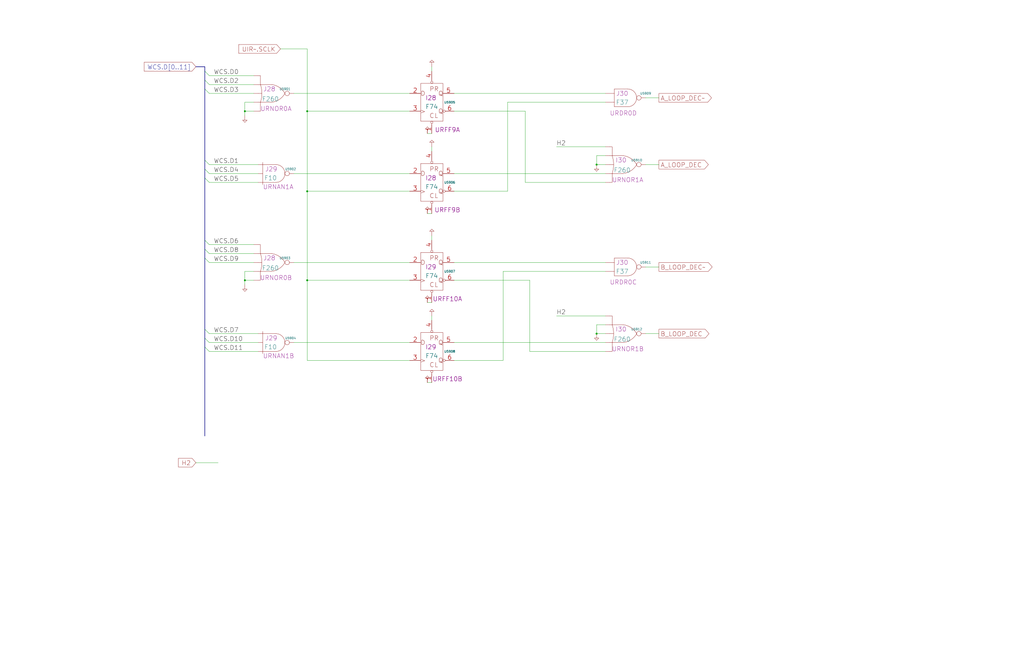
<source format=kicad_sch>
(kicad_sch (version 20211123) (generator eeschema)
  (paper "User" 584.2 378.46)
  (title_block (title "WRITABLE CONTROL STORE\\nLOOP REGISTER PRE-DECODE") (date "15-MAR-90") (rev "1.0") (comment 1 "TYPE") (comment 2 "232-003062") (comment 3 "S400") (comment 4 "RELEASED"))
  (lib_symbols
    (symbol "r1000:F10" (pin_numbers hide) (pin_names hide)
      (property "Reference" "U" (at 13.335 0 0))
      (property "Value" "F10" (at 5.715 -5.08 0))
      (property "Location" "___" (at -1.27 0 0))
      (property "Name" "______" (at -2.54 -10.16 0))
      (symbol "F10_0_1"
        (polyline (pts (xy -2.54 -7.62) (xy 5.08 -7.62)) (stroke (width 0.1524)))
        (polyline (pts (xy -2.54 2.54) (xy 5.08 2.54)) (stroke (width 0.1524)))
        (polyline (pts (xy -2.54 3.81) (xy -2.54 -8.89)) (stroke (width 0.1524)))
        (arc (start 5.08 -7.62) (mid 10.1282 -2.54) (end 5.08 2.54) (stroke (width 0.1524)))
        (circle (center 11.43 -2.54) (radius 1.27) (stroke (width 0.1524)))
      )
      (symbol "F10_0_2"
        (circle (center -3.81 -7.62) (radius 1.27) (stroke (width 0.1524)))
        (circle (center -3.81 2.54) (radius 1.27) (stroke (width 0.1524)))
        (circle (center -3.175 -2.54) (radius 1.27) (stroke (width 0.1524)))
        (arc (start -2.54 -7.62) (mid -1.8195 -2.54) (end -2.54 2.54) (stroke (width 0.1524)))
        (polyline (pts (xy -4.445 -2.54) (xy -5.08 -2.54)) (stroke (width 0.1524)))
        (polyline (pts (xy -2.54 -7.62) (xy 5.08 -7.62)) (stroke (width 0.1524)))
        (polyline (pts (xy -2.54 2.54) (xy 5.08 2.54)) (stroke (width 0.1524)))
        (polyline (pts (xy 10.795 -2.54) (xy 12.7 -2.54)) (stroke (width 0.1524)))
        (arc (start 5.08 -7.62) (mid 8.4845 -5.6954) (end 10.795 -2.54) (stroke (width 0.1524)))
        (arc (start 10.795 -2.54) (mid 8.4807 0.6111) (end 5.08 2.54) (stroke (width 0.1524)))
      )
      (symbol "F10_1_1"
        (pin input line (at -5.08 2.54 0) (length 2.54) (name "D0") (number "1"))
        (pin input line (at -5.08 -2.54 0) (length 2.54) (name "D1") (number "2"))
        (pin input line (at -5.08 -7.62 0) (length 2.54) (name "D2") (number "3"))
        (pin output line (at 15.24 -2.54 180) (length 2.54) (name "Q") (number "4"))
      )
      (symbol "F10_1_2"
        (pin input line (at -5.08 2.54 0) (length 0) (name "D0") (number "1"))
        (pin input line (at -5.08 -2.54 0) (length 0) (name "D1") (number "2"))
        (pin input line (at -5.08 -7.62 0) (length 0) (name "D2") (number "3"))
        (pin output line (at 15.24 -2.54 180) (length 2.54) (name "Q") (number "4"))
      )
    )
    (symbol "r1000:F260" (pin_numbers hide) (pin_names hide)
      (property "Reference" "U" (at 10.16 0 0))
      (property "Value" "F260" (at 1.905 -5.715 0))
      (property "Location" "___" (at 1.27 0 0))
      (property "Name" "______" (at 5.08 -12.7 0))
      (symbol "F260_0_1"
        (arc (start -3.8173 -7.62) (mid -2.9926 -2.54) (end -3.8173 2.54) (stroke (width 0.1524)))
        (polyline (pts (xy -5.08 -7.62) (xy -3.81 -7.62)) (stroke (width 0.1524)))
        (polyline (pts (xy -5.08 -2.54) (xy -3.0226 -2.54)) (stroke (width 0.1524)))
        (polyline (pts (xy -5.08 2.54) (xy -3.81 2.54)) (stroke (width 0.1524)))
        (polyline (pts (xy -3.81 -7.62) (xy 2.54 -7.62)) (stroke (width 0.1524)))
        (polyline (pts (xy -3.81 2.54) (xy 2.54 2.54)) (stroke (width 0.1524)))
        (polyline (pts (xy -5.08 -12.7) (xy -3.81 -12.7) (xy -3.81 -7.62)) (stroke (width 0.1524)))
        (polyline (pts (xy -5.08 7.62) (xy -3.81 7.62) (xy -3.81 2.54)) (stroke (width 0.1524)))
        (arc (start 2.54 -7.62) (mid 6.9504 -5.9805) (end 10.16 -2.54) (stroke (width 0.1524)))
        (arc (start 10.16 -2.54) (mid 6.9516 0.9024) (end 2.54 2.54) (stroke (width 0.1524)))
        (circle (center 11.43 -2.54) (radius 1.27) (stroke (width 0.1524)))
      )
      (symbol "F260_0_2"
        (circle (center -6.35 -12.7) (radius 1.27) (stroke (width 0.1524)))
        (circle (center -6.35 -7.62) (radius 1.27) (stroke (width 0.1524)))
        (circle (center -6.35 -2.54) (radius 1.27) (stroke (width 0.1524)))
        (circle (center -6.35 2.54) (radius 1.27) (stroke (width 0.1524)))
        (circle (center -6.35 7.62) (radius 1.27) (stroke (width 0.1524)))
        (polyline (pts (xy -5.08 -13.97) (xy -5.08 8.89)) (stroke (width 0.1524)))
        (polyline (pts (xy -5.08 -7.62) (xy 2.54 -7.62)) (stroke (width 0.1524)))
        (polyline (pts (xy -5.08 2.54) (xy 2.54 2.54)) (stroke (width 0.1524)))
        (arc (start 2.54 2.54) (mid -1.0521 -6.1321) (end 7.62 -2.54) (stroke (width 0.1524)))
        (arc (start 7.62 -2.54) (mid -1.0521 1.0521) (end 2.54 -7.62) (stroke (width 0.1524)))
      )
      (symbol "F260_1_1"
        (pin input line (at -7.62 -2.54 0) (length 2.54) (name "D2") (number "1"))
        (pin input line (at -7.62 7.62 0) (length 2.54) (name "D0") (number "12"))
        (pin input line (at -7.62 2.54 0) (length 2.54) (name "D1") (number "13"))
        (pin input line (at -7.62 -7.62 0) (length 2.54) (name "D3") (number "2"))
        (pin input line (at -7.62 -12.7 0) (length 2.54) (name "D4") (number "3"))
        (pin output line (at 15.24 -2.54 180) (length 2.54) (name "Q") (number "5"))
      )
      (symbol "F260_1_2"
        (pin input line (at -7.62 -2.54 0) (length 0) (name "D2") (number "1"))
        (pin input line (at -7.62 7.62 0) (length 0) (name "D0") (number "12"))
        (pin input line (at -7.62 2.54 0) (length 0) (name "D1") (number "13"))
        (pin input line (at -7.62 -7.62 0) (length 0) (name "D3") (number "2"))
        (pin input line (at -7.62 -12.7 0) (length 0) (name "D4") (number "3"))
        (pin output line (at 15.24 -2.54 180) (length 7.62) (name "Q") (number "5"))
      )
    )
    (symbol "r1000:F37" (pin_numbers hide) (pin_names (offset 0) hide)
      (property "Reference" "U" (at 15.24 0 0))
      (property "Value" "F37" (at 1.905 -5.08 0))
      (property "Location" "___" (at 1.905 0 0))
      (property "Name" "______" (at 2.54 -12.7 0))
      (symbol "F37_0_1"
        (polyline (pts (xy -2.54 -7.62) (xy 5.08 -7.62)) (stroke (width 0.1524)))
        (polyline (pts (xy -2.54 2.54) (xy -2.54 -7.62)) (stroke (width 0.1524)))
        (polyline (pts (xy -2.54 2.54) (xy 5.08 2.54)) (stroke (width 0.1524)))
        (arc (start 5.08 -7.62) (mid 10.1282 -2.54) (end 5.08 2.54) (stroke (width 0.1524)))
        (circle (center 11.43 -2.54) (radius 1.27) (stroke (width 0.1524)))
      )
      (symbol "F37_0_2"
        (circle (center -3.81 -5.08) (radius 1.27) (stroke (width 0.1524)))
        (circle (center -3.81 0) (radius 1.27) (stroke (width 0.1524)))
        (arc (start -3.175 -7.62) (mid -2.134 -2.54) (end -3.175 2.54) (stroke (width 0.1524)))
        (polyline (pts (xy -3.175 -7.62) (xy 3.81 -7.62)) (stroke (width 0.1524)))
        (polyline (pts (xy -3.175 2.54) (xy 3.81 2.54)) (stroke (width 0.1524)))
        (arc (start 3.81 -7.62) (mid 7.5855 -5.8306) (end 10.16 -2.54) (stroke (width 0.1524)))
        (arc (start 10.16 -2.54) (mid 7.5827 0.7471) (end 3.81 2.54) (stroke (width 0.1524)))
      )
      (symbol "F37_1_1"
        (pin input line (at -7.62 0 0) (length 5.08) (name "D0") (number "1"))
        (pin input line (at -7.62 -5.08 0) (length 5.08) (name "D1") (number "2"))
        (pin output line (at 15.24 -2.54 180) (length 2.54) (name "Q") (number "3"))
      )
      (symbol "F37_1_2"
        (pin input line (at -7.62 0 0) (length 2.54) (name "D0") (number "1"))
        (pin input line (at -7.62 -5.08 0) (length 2.54) (name "D1") (number "2"))
        (pin output line (at 15.24 -2.54 180) (length 5.08) (name "Q") (number "3"))
      )
    )
    (symbol "r1000:F74" (pin_names (offset 1.016) hide)
      (property "Reference" "U" (at 12.7 -2.54 0))
      (property "Value" "F74" (at -1.27 -5.08 0))
      (property "Location" "___" (at -1.27 0 0))
      (property "Name" "______" (at 11.43 -19.685 0))
      (symbol "F74_0_1"
        (rectangle (start -3.81 8.255) (end 8.89 -13.335) (stroke (width 0.1524)))
        (polyline (pts (xy 2.54 -15.24) (xy 2.54 -14.605)) (stroke (width 0.1524)))
        (polyline (pts (xy 2.54 10.16) (xy 2.54 9.525)) (stroke (width 0.1524)))
      )
      (symbol "F74_1_1"
        (circle (center 2.54 -13.97) (radius 0.635))
        (circle (center 2.54 8.89) (radius 0.635))
        (circle (center 9.525 -7.62) (radius 0.635))
        (text ">" (at -2.54 -7.62 0) (effects (font (size 2.54 2.54))))
        (text "C" (at 2.54 -10.16 0) (effects (font (size 2.54 2.54))))
        (text "D" (at -2.54 2.54 0) (effects (font (size 2.54 2.54))))
        (text "L" (at 5.08 -10.16 0) (effects (font (size 2.54 2.54))))
        (text "P" (at 2.54 5.08 0) (effects (font (size 2.54 2.54))))
        (text "Q" (at 7.62 -7.62 0) (effects (font (size 2.54 2.54))))
        (text "Q" (at 7.62 2.54 0) (effects (font (size 2.54 2.54))))
        (text "R" (at 5.08 5.08 0) (effects (font (size 2.54 2.54))))
        (pin input line (at 2.54 -20.32 90) (length 5.08) (name "CL_") (number "1"))
        (pin input line (at -10.16 2.54 0) (length 6.35) (name "D") (number "2"))
        (pin input line (at -10.16 -7.62 0) (length 6.35) (name "CLK") (number "3"))
        (pin input line (at 2.54 15.24 270) (length 5.08) (name "PR_") (number "4"))
        (pin output line (at 15.24 2.54 180) (length 6.35) (name "Q") (number "5"))
        (pin output line (at 15.24 -7.62 180) (length 5.08) (name "Q_") (number "6"))
      )
    )
    (symbol "r1000:PD" (power) (pin_numbers hide) (pin_names hide) (in_bom no)
      (symbol "PD_0_1"
        (polyline (pts (xy 0 -2.54) (xy 1.27 -2.54) (xy 0 -3.81) (xy -1.27 -2.54) (xy 0 -2.54)) (stroke (width 0.1524)))
      )
      (symbol "PD_1_1"
        (pin power_in line (at 0 0 270) (length 2.54) (name "PD") (number "1"))
      )
    )
    (symbol "r1000:PU" (power) (pin_numbers hide) (pin_names hide)
      (symbol "PU_0_1"
        (polyline (pts (xy 0 2.54) (xy -1.27 2.54) (xy 0 3.81) (xy 1.27 2.54) (xy 0 2.54)) (stroke (width 0.1524)))
      )
      (symbol "PU_1_1"
        (pin power_in line (at 0 0 90) (length 2.54) (name "PU") (number "1"))
      )
    )
  )
  (bus (pts (xy 111.76 38.1) (xy 116.84 38.1)))
  (bus (pts (xy 116.84 101.6) (xy 116.84 137.16)))
  (bus (pts (xy 116.84 137.16) (xy 116.84 142.24)))
  (bus (pts (xy 116.84 142.24) (xy 116.84 147.32)))
  (bus (pts (xy 116.84 147.32) (xy 116.84 187.96)))
  (bus (pts (xy 116.84 187.96) (xy 116.84 193.04)))
  (bus (pts (xy 116.84 193.04) (xy 116.84 198.12)))
  (bus (pts (xy 116.84 198.12) (xy 116.84 248.92)))
  (bus (pts (xy 116.84 38.1) (xy 116.84 40.64)))
  (bus (pts (xy 116.84 40.64) (xy 116.84 45.72)))
  (bus (pts (xy 116.84 45.72) (xy 116.84 50.8)))
  (bus (pts (xy 116.84 50.8) (xy 116.84 91.44)))
  (bus (pts (xy 116.84 91.44) (xy 116.84 96.52)))
  (bus (pts (xy 116.84 96.52) (xy 116.84 101.6)))
  (wire (pts (xy 111.76 264.16) (xy 124.46 264.16)))
  (wire (pts (xy 119.38 104.14) (xy 147.32 104.14)))
  (wire (pts (xy 119.38 139.7) (xy 144.78 139.7)))
  (wire (pts (xy 119.38 144.78) (xy 144.78 144.78)))
  (wire (pts (xy 119.38 149.86) (xy 144.78 149.86)))
  (wire (pts (xy 119.38 190.5) (xy 147.32 190.5)))
  (wire (pts (xy 119.38 195.58) (xy 147.32 195.58)))
  (wire (pts (xy 119.38 200.66) (xy 147.32 200.66)))
  (wire (pts (xy 119.38 43.18) (xy 144.78 43.18)))
  (wire (pts (xy 119.38 48.26) (xy 144.78 48.26)))
  (wire (pts (xy 119.38 53.34) (xy 144.78 53.34)))
  (wire (pts (xy 119.38 93.98) (xy 147.32 93.98)))
  (wire (pts (xy 119.38 99.06) (xy 147.32 99.06)))
  (wire (pts (xy 139.7 154.94) (xy 144.78 154.94)))
  (wire (pts (xy 139.7 160.02) (xy 139.7 154.94)))
  (wire (pts (xy 139.7 160.02) (xy 144.78 160.02)))
  (wire (pts (xy 139.7 162.56) (xy 139.7 160.02)))
  (wire (pts (xy 139.7 58.42) (xy 139.7 63.5)))
  (wire (pts (xy 139.7 63.5) (xy 139.7 66.04)))
  (wire (pts (xy 139.7 63.5) (xy 144.78 63.5)))
  (wire (pts (xy 144.78 58.42) (xy 139.7 58.42)))
  (wire (pts (xy 160.02 27.94) (xy 175.26 27.94)))
  (wire (pts (xy 167.64 149.86) (xy 233.68 149.86)))
  (wire (pts (xy 167.64 195.58) (xy 233.68 195.58)))
  (wire (pts (xy 167.64 53.34) (xy 233.68 53.34)))
  (wire (pts (xy 167.64 99.06) (xy 233.68 99.06)))
  (wire (pts (xy 175.26 109.22) (xy 175.26 160.02)))
  (wire (pts (xy 175.26 109.22) (xy 233.68 109.22)))
  (wire (pts (xy 175.26 160.02) (xy 175.26 205.74)))
  (wire (pts (xy 175.26 160.02) (xy 233.68 160.02)))
  (wire (pts (xy 175.26 205.74) (xy 233.68 205.74)))
  (wire (pts (xy 175.26 27.94) (xy 175.26 63.5)))
  (wire (pts (xy 175.26 63.5) (xy 175.26 109.22)))
  (wire (pts (xy 175.26 63.5) (xy 233.68 63.5)))
  (wire (pts (xy 243.84 121.92) (xy 246.38 121.92)))
  (wire (pts (xy 243.84 172.72) (xy 246.38 172.72)))
  (wire (pts (xy 243.84 218.44) (xy 246.38 218.44)))
  (wire (pts (xy 243.84 76.2) (xy 246.38 76.2)))
  (wire (pts (xy 246.38 134.62) (xy 246.38 137.16)))
  (wire (pts (xy 246.38 180.34) (xy 246.38 182.88)))
  (wire (pts (xy 246.38 38.1) (xy 246.38 40.64)))
  (wire (pts (xy 246.38 83.82) (xy 246.38 86.36)))
  (wire (pts (xy 259.08 149.86) (xy 345.44 149.86)))
  (wire (pts (xy 259.08 160.02) (xy 302.26 160.02)))
  (wire (pts (xy 259.08 195.58) (xy 345.44 195.58)))
  (wire (pts (xy 259.08 53.34) (xy 345.44 53.34)))
  (wire (pts (xy 259.08 63.5) (xy 299.72 63.5)))
  (wire (pts (xy 259.08 99.06) (xy 345.44 99.06)))
  (wire (pts (xy 287.02 154.94) (xy 287.02 205.74)))
  (wire (pts (xy 287.02 205.74) (xy 259.08 205.74)))
  (wire (pts (xy 289.56 109.22) (xy 259.08 109.22)))
  (wire (pts (xy 289.56 58.42) (xy 289.56 109.22)))
  (wire (pts (xy 299.72 104.14) (xy 345.44 104.14)))
  (wire (pts (xy 299.72 63.5) (xy 299.72 104.14)))
  (wire (pts (xy 302.26 160.02) (xy 302.26 200.66)))
  (wire (pts (xy 302.26 200.66) (xy 345.44 200.66)))
  (wire (pts (xy 317.5 180.34) (xy 345.44 180.34)))
  (wire (pts (xy 317.5 83.82) (xy 345.44 83.82)))
  (wire (pts (xy 340.36 185.42) (xy 340.36 190.5)))
  (wire (pts (xy 340.36 190.5) (xy 345.44 190.5)))
  (wire (pts (xy 340.36 88.9) (xy 340.36 93.98)))
  (wire (pts (xy 340.36 93.98) (xy 345.44 93.98)))
  (wire (pts (xy 345.44 154.94) (xy 287.02 154.94)))
  (wire (pts (xy 345.44 185.42) (xy 340.36 185.42)))
  (wire (pts (xy 345.44 58.42) (xy 289.56 58.42)))
  (wire (pts (xy 345.44 88.9) (xy 340.36 88.9)))
  (wire (pts (xy 368.3 152.4) (xy 375.92 152.4)))
  (wire (pts (xy 368.3 190.5) (xy 375.92 190.5)))
  (wire (pts (xy 368.3 55.88) (xy 375.92 55.88)))
  (wire (pts (xy 368.3 93.98) (xy 375.92 93.98)))
  (global_label "WCS.D[0..11]" (shape input) (at 111.76 38.1 180) (effects (font (size 2.54 2.54))) (property "Intersheet References" "${INTERSHEET_REFS}" (at 82.2597 37.9413 0) (effects (font (size 2.54 2.54)) (justify right))))
  (global_label "H2" (shape input) (at 111.76 264.16 180) (effects (font (size 2.54 2.54))) (property "Intersheet References" "${INTERSHEET_REFS}" (at 101.854 264.0013 0) (effects (font (size 2.54 2.54)) (justify right))))
  (bus_entry (at 116.84 40.64) (size 2.54 2.54))
  (bus_entry (at 116.84 45.72) (size 2.54 2.54))
  (bus_entry (at 116.84 50.8) (size 2.54 2.54))
  (bus_entry (at 116.84 91.44) (size 2.54 2.54))
  (bus_entry (at 116.84 96.52) (size 2.54 2.54))
  (bus_entry (at 116.84 101.6) (size 2.54 2.54))
  (bus_entry (at 116.84 137.16) (size 2.54 2.54))
  (bus_entry (at 116.84 142.24) (size 2.54 2.54))
  (bus_entry (at 116.84 147.32) (size 2.54 2.54))
  (bus_entry (at 116.84 187.96) (size 2.54 2.54))
  (bus_entry (at 116.84 193.04) (size 2.54 2.54))
  (bus_entry (at 116.84 198.12) (size 2.54 2.54))
  (label "WCS.D0" (at 121.92 43.18 0) (effects (font (size 2.54 2.54))))
  (label "WCS.D2" (at 121.92 48.26 0) (effects (font (size 2.54 2.54))))
  (label "WCS.D3" (at 121.92 53.34 0) (effects (font (size 2.54 2.54))))
  (label "WCS.D1" (at 121.92 93.98 0) (effects (font (size 2.54 2.54))))
  (label "WCS.D4" (at 121.92 99.06 0) (effects (font (size 2.54 2.54))))
  (label "WCS.D5" (at 121.92 104.14 0) (effects (font (size 2.54 2.54))))
  (label "WCS.D6" (at 121.92 139.7 0) (effects (font (size 2.54 2.54))))
  (label "WCS.D8" (at 121.92 144.78 0) (effects (font (size 2.54 2.54))))
  (label "WCS.D9" (at 121.92 149.86 0) (effects (font (size 2.54 2.54))))
  (label "WCS.D7" (at 121.92 190.5 0) (effects (font (size 2.54 2.54))))
  (label "WCS.D10" (at 121.92 195.58 0) (effects (font (size 2.54 2.54))))
  (label "WCS.D11" (at 121.92 200.66 0) (effects (font (size 2.54 2.54))))
  (junction (at 139.7 63.5))
  (symbol (lib_id "r1000:PD") (at 139.7 66.04 0) (unit 1) (in_bom no)
    (property "Reference" "#PWR05901" (effects hide))
    (property "Value" "PD" (effects hide))
  )
  (junction (at 139.7 160.02))
  (symbol (lib_id "r1000:PD") (at 139.7 162.56 0) (unit 1) (in_bom no)
    (property "Reference" "#PWR05902" (effects hide))
    (property "Value" "PD" (effects hide))
  )
  (symbol (lib_id "r1000:F260") (at 152.4 50.8 0) (unit 1)
    (property "Reference" "U5901" (at 162.56 50.8 0))
    (property "Value" "F260" (at 154.305 56.515 0) (effects (font (size 2.54 2.54))))
    (property "Location" "J28" (at 153.67 50.8 0) (effects (font (size 2.54 2.54))))
    (property "Name" "URNOR0A" (at 157.48 63.5 0) (effects (font (size 2.54 2.54)) (justify bottom)))
  )
  (symbol (lib_id "r1000:F10") (at 152.4 96.52 0) (unit 1)
    (property "Reference" "U5902" (at 165.735 96.52 0))
    (property "Value" "F10" (at 158.115 101.6 0) (effects (font (size 2.54 2.54)) (justify right)))
    (property "Location" "J29" (at 151.13 96.52 0) (effects (font (size 2.54 2.54)) (justify left)))
    (property "Name" "URNAN1A" (at 149.86 106.68 0) (effects (font (size 2.54 2.54)) (justify left)))
  )
  (symbol (lib_id "r1000:F260") (at 152.4 147.32 0) (unit 1)
    (property "Reference" "U5903" (at 162.56 147.32 0))
    (property "Value" "F260" (at 154.305 153.035 0) (effects (font (size 2.54 2.54))))
    (property "Location" "J28" (at 153.67 147.32 0) (effects (font (size 2.54 2.54))))
    (property "Name" "URNOR0B" (at 157.48 160.02 0) (effects (font (size 2.54 2.54)) (justify bottom)))
  )
  (symbol (lib_id "r1000:F10") (at 152.4 193.04 0) (unit 1)
    (property "Reference" "U5904" (at 165.735 193.04 0))
    (property "Value" "F10" (at 158.115 198.12 0) (effects (font (size 2.54 2.54)) (justify right)))
    (property "Location" "J29" (at 151.13 193.04 0) (effects (font (size 2.54 2.54)) (justify left)))
    (property "Name" "URNAN1B" (at 149.86 203.2 0) (effects (font (size 2.54 2.54)) (justify left)))
  )
  (global_label "UIR~.SCLK" (shape input) (at 160.02 27.94 180) (effects (font (size 2.54 2.54))) (property "Intersheet References" "${INTERSHEET_REFS}" (at 130.0359 27.7813 0) (effects (font (size 2.54 2.54)) (justify right))))
  (junction (at 175.26 63.5))
  (junction (at 175.26 109.22))
  (junction (at 175.26 160.02))
  (symbol (lib_id "r1000:F74") (at 243.84 55.88 0) (unit 1)
    (property "Reference" "U5905" (at 256.54 58.42 0))
    (property "Value" "F74" (at 242.57 60.96 0) (effects (font (size 2.54 2.54)) (justify left)))
    (property "Location" "I28" (at 242.57 55.88 0) (effects (font (size 2.54 2.54)) (justify left)))
    (property "Name" "URFF9A" (at 255.27 75.565 0) (effects (font (size 2.54 2.54)) (justify bottom)))
  )
  (symbol (lib_id "r1000:PU") (at 243.84 76.2 0) (unit 1)
    (property "Reference" "#PWR05903" (effects hide))
    (property "Value" "PU" (effects hide))
  )
  (symbol (lib_id "r1000:F74") (at 243.84 101.6 0) (unit 1)
    (property "Reference" "U5906" (at 256.54 104.14 0))
    (property "Value" "F74" (at 242.57 106.68 0) (effects (font (size 2.54 2.54)) (justify left)))
    (property "Location" "I28" (at 242.57 101.6 0) (effects (font (size 2.54 2.54)) (justify left)))
    (property "Name" "URFF9B" (at 255.27 121.285 0) (effects (font (size 2.54 2.54)) (justify bottom)))
  )
  (symbol (lib_id "r1000:PU") (at 243.84 121.92 0) (unit 1)
    (property "Reference" "#PWR05904" (effects hide))
    (property "Value" "PU" (effects hide))
  )
  (symbol (lib_id "r1000:F74") (at 243.84 152.4 0) (unit 1)
    (property "Reference" "U5907" (at 256.54 154.94 0))
    (property "Value" "F74" (at 242.57 157.48 0) (effects (font (size 2.54 2.54)) (justify left)))
    (property "Location" "I29" (at 242.57 152.4 0) (effects (font (size 2.54 2.54)) (justify left)))
    (property "Name" "URFF10A" (at 255.27 172.085 0) (effects (font (size 2.54 2.54)) (justify bottom)))
  )
  (symbol (lib_id "r1000:PU") (at 243.84 172.72 0) (unit 1)
    (property "Reference" "#PWR05905" (effects hide))
    (property "Value" "PU" (effects hide))
  )
  (symbol (lib_id "r1000:F74") (at 243.84 198.12 0) (unit 1)
    (property "Reference" "U5908" (at 256.54 200.66 0))
    (property "Value" "F74" (at 242.57 203.2 0) (effects (font (size 2.54 2.54)) (justify left)))
    (property "Location" "I29" (at 242.57 198.12 0) (effects (font (size 2.54 2.54)) (justify left)))
    (property "Name" "URFF10B" (at 255.27 217.805 0) (effects (font (size 2.54 2.54)) (justify bottom)))
  )
  (symbol (lib_id "r1000:PU") (at 243.84 218.44 0) (unit 1)
    (property "Reference" "#PWR05906" (effects hide))
    (property "Value" "PU" (effects hide))
  )
  (symbol (lib_id "r1000:PU") (at 246.38 38.1 0) (unit 1)
    (property "Reference" "#PWR05907" (effects hide))
    (property "Value" "PU" (effects hide))
  )
  (symbol (lib_id "r1000:PU") (at 246.38 83.82 0) (unit 1)
    (property "Reference" "#PWR05908" (effects hide))
    (property "Value" "PU" (effects hide))
  )
  (symbol (lib_id "r1000:PU") (at 246.38 134.62 0) (unit 1)
    (property "Reference" "#PWR05909" (effects hide))
    (property "Value" "PU" (effects hide))
  )
  (symbol (lib_id "r1000:PU") (at 246.38 180.34 0) (unit 1)
    (property "Reference" "#PWR05910" (effects hide))
    (property "Value" "PU" (effects hide))
  )
  (label "H2" (at 317.5 83.82 0) (effects (font (size 2.54 2.54))))
  (label "H2" (at 317.5 180.34 0) (effects (font (size 2.54 2.54))))
  (junction (at 340.36 93.98))
  (symbol (lib_id "r1000:PD") (at 340.36 93.98 0) (unit 1) (in_bom no)
    (property "Reference" "#PWR05911" (effects hide))
    (property "Value" "PD" (effects hide))
  )
  (junction (at 340.36 190.5))
  (symbol (lib_id "r1000:PD") (at 340.36 190.5 0) (unit 1) (in_bom no)
    (property "Reference" "#PWR05912" (effects hide))
    (property "Value" "PD" (effects hide))
  )
  (symbol (lib_id "r1000:F37") (at 353.06 53.34 0) (unit 1)
    (property "Reference" "U5909" (at 368.3 53.34 0))
    (property "Value" "F37" (at 354.965 58.42 0) (effects (font (size 2.54 2.54))))
    (property "Location" "J30" (at 354.965 53.34 0) (effects (font (size 2.54 2.54))))
    (property "Name" "URDR0D" (at 355.6 66.04 0) (effects (font (size 2.54 2.54)) (justify bottom)))
  )
  (symbol (lib_id "r1000:F260") (at 353.06 91.44 0) (unit 1)
    (property "Reference" "U5910" (at 363.22 91.44 0))
    (property "Value" "F260" (at 354.965 97.155 0) (effects (font (size 2.54 2.54))))
    (property "Location" "I30" (at 354.33 91.44 0) (effects (font (size 2.54 2.54))))
    (property "Name" "URNOR1A" (at 358.14 104.14 0) (effects (font (size 2.54 2.54)) (justify bottom)))
  )
  (symbol (lib_id "r1000:F37") (at 353.06 149.86 0) (unit 1)
    (property "Reference" "U5911" (at 368.3 149.86 0))
    (property "Value" "F37" (at 354.965 154.94 0) (effects (font (size 2.54 2.54))))
    (property "Location" "J30" (at 354.965 149.86 0) (effects (font (size 2.54 2.54))))
    (property "Name" "URDR0C" (at 355.6 162.56 0) (effects (font (size 2.54 2.54)) (justify bottom)))
  )
  (symbol (lib_id "r1000:F260") (at 353.06 187.96 0) (unit 1)
    (property "Reference" "U5912" (at 363.22 187.96 0))
    (property "Value" "F260" (at 354.965 193.675 0) (effects (font (size 2.54 2.54))))
    (property "Location" "I30" (at 354.33 187.96 0) (effects (font (size 2.54 2.54))))
    (property "Name" "URNOR1B" (at 358.14 200.66 0) (effects (font (size 2.54 2.54)) (justify bottom)))
  )
  (global_label "A_LOOP_DEC~" (shape output) (at 375.92 55.88 0) (effects (font (size 2.54 2.54))) (property "Intersheet References" "${INTERSHEET_REFS}" (at 405.9041 55.7213 0) (effects (font (size 2.54 2.54)) (justify left))))
  (global_label "A_LOOP_DEC" (shape output) (at 375.92 93.98 0) (effects (font (size 2.54 2.54))) (property "Intersheet References" "${INTERSHEET_REFS}" (at 404.0898 93.8213 0) (effects (font (size 2.54 2.54)) (justify left))))
  (global_label "B_LOOP_DEC~" (shape output) (at 375.92 152.4 0) (effects (font (size 2.54 2.54))) (property "Intersheet References" "${INTERSHEET_REFS}" (at 406.267 152.2413 0) (effects (font (size 2.54 2.54)) (justify left))))
  (global_label "B_LOOP_DEC" (shape output) (at 375.92 190.5 0) (effects (font (size 2.54 2.54))) (property "Intersheet References" "${INTERSHEET_REFS}" (at 404.4527 190.3413 0) (effects (font (size 2.54 2.54)) (justify left))))
)
</source>
